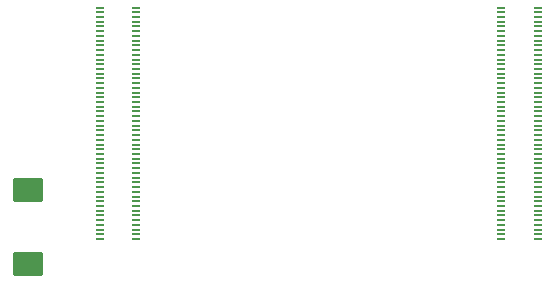
<source format=gbr>
%TF.GenerationSoftware,KiCad,Pcbnew,8.0.7*%
%TF.CreationDate,2024-12-17T16:27:47+01:00*%
%TF.ProjectId,CM5_MINIMA,434d355f-4d49-44e4-994d-412e6b696361,rev?*%
%TF.SameCoordinates,Original*%
%TF.FileFunction,Paste,Bot*%
%TF.FilePolarity,Positive*%
%FSLAX46Y46*%
G04 Gerber Fmt 4.6, Leading zero omitted, Abs format (unit mm)*
G04 Created by KiCad (PCBNEW 8.0.7) date 2024-12-17 16:27:47*
%MOMM*%
%LPD*%
G01*
G04 APERTURE LIST*
G04 Aperture macros list*
%AMRoundRect*
0 Rectangle with rounded corners*
0 $1 Rounding radius*
0 $2 $3 $4 $5 $6 $7 $8 $9 X,Y pos of 4 corners*
0 Add a 4 corners polygon primitive as box body*
4,1,4,$2,$3,$4,$5,$6,$7,$8,$9,$2,$3,0*
0 Add four circle primitives for the rounded corners*
1,1,$1+$1,$2,$3*
1,1,$1+$1,$4,$5*
1,1,$1+$1,$6,$7*
1,1,$1+$1,$8,$9*
0 Add four rect primitives between the rounded corners*
20,1,$1+$1,$2,$3,$4,$5,0*
20,1,$1+$1,$4,$5,$6,$7,0*
20,1,$1+$1,$6,$7,$8,$9,0*
20,1,$1+$1,$8,$9,$2,$3,0*%
G04 Aperture macros list end*
%ADD10R,0.700000X0.200000*%
%ADD11RoundRect,0.250000X-1.025000X0.787500X-1.025000X-0.787500X1.025000X-0.787500X1.025000X0.787500X0*%
G04 APERTURE END LIST*
D10*
%TO.C,Module301*%
X50990000Y34800000D03*
X47910000Y34800000D03*
X50990000Y34400000D03*
X47910000Y34400000D03*
X50990000Y34000000D03*
X47910000Y34000000D03*
X50990000Y33600000D03*
X47910000Y33600000D03*
X50990000Y33200000D03*
X47910000Y33200000D03*
X50990000Y32800000D03*
X47910000Y32800000D03*
X50990000Y32400000D03*
X47910000Y32400000D03*
X50990000Y32000000D03*
X47910000Y32000000D03*
X50990000Y31600000D03*
X47910000Y31600000D03*
X50990000Y31200000D03*
X47910000Y31200000D03*
X50990000Y30800000D03*
X47910000Y30800000D03*
X50990000Y30400000D03*
X47910000Y30400000D03*
X50990000Y30000000D03*
X47910000Y30000000D03*
X50990000Y29600000D03*
X47910000Y29600000D03*
X50990000Y29200000D03*
X47910000Y29200000D03*
X50990000Y28800000D03*
X47910000Y28800000D03*
X50990000Y28400000D03*
X47910000Y28400000D03*
X50990000Y28000000D03*
X47910000Y28000000D03*
X50990000Y27600000D03*
X47910000Y27600000D03*
X50990000Y27200000D03*
X47910000Y27200000D03*
X50990000Y26800000D03*
X47910000Y26800000D03*
X50990000Y26400000D03*
X47910000Y26400000D03*
X50990000Y26000000D03*
X47910000Y26000000D03*
X50990000Y25600000D03*
X47910000Y25600000D03*
X50990000Y25200000D03*
X47910000Y25200000D03*
X50990000Y24800000D03*
X47910000Y24800000D03*
X50990000Y24400000D03*
X47910000Y24400000D03*
X50990000Y24000000D03*
X47910000Y24000000D03*
X50990000Y23600000D03*
X47910000Y23600000D03*
X50990000Y23200000D03*
X47910000Y23200000D03*
X50990000Y22800000D03*
X47910000Y22800000D03*
X50990000Y22400000D03*
X47910000Y22400000D03*
X50990000Y22000000D03*
X47910000Y22000000D03*
X50990000Y21600000D03*
X47910000Y21600000D03*
X50990000Y21200000D03*
X47910000Y21200000D03*
X50990000Y20800000D03*
X47910000Y20800000D03*
X50990000Y20400000D03*
X47910000Y20400000D03*
X50990000Y20000000D03*
X47910000Y20000000D03*
X50990000Y19600000D03*
X47910000Y19600000D03*
X50990000Y19200000D03*
X47910000Y19200000D03*
X50990000Y18800000D03*
X47910000Y18800000D03*
X50990000Y18400000D03*
X47910000Y18400000D03*
X50990000Y18000000D03*
X47910000Y18000000D03*
X50990000Y17600000D03*
X47910000Y17600000D03*
X50990000Y17200000D03*
X47910000Y17200000D03*
X50990000Y16800000D03*
X47910000Y16800000D03*
X50990000Y16400000D03*
X47910000Y16400000D03*
X50990000Y16000000D03*
X47910000Y16000000D03*
X50990000Y15600000D03*
X47910000Y15600000D03*
X50990000Y15200000D03*
X47910000Y15200000D03*
%TD*%
D11*
%TO.C,C702*%
X7850000Y19312500D03*
X7850000Y13087500D03*
%TD*%
D10*
%TO.C,Module302*%
X16990000Y34800000D03*
X13910000Y34800000D03*
X16990000Y34400000D03*
X13910000Y34400000D03*
X16990000Y34000000D03*
X13910000Y34000000D03*
X16990000Y33600000D03*
X13910000Y33600000D03*
X16990000Y33200000D03*
X13910000Y33200000D03*
X16990000Y32800000D03*
X13910000Y32800000D03*
X16990000Y32400000D03*
X13910000Y32400000D03*
X16990000Y32000000D03*
X13910000Y32000000D03*
X16990000Y31600000D03*
X13910000Y31600000D03*
X16990000Y31200000D03*
X13910000Y31200000D03*
X16990000Y30800000D03*
X13910000Y30800000D03*
X16990000Y30400000D03*
X13910000Y30400000D03*
X16990000Y30000000D03*
X13910000Y30000000D03*
X16990000Y29600000D03*
X13910000Y29600000D03*
X16990000Y29200000D03*
X13910000Y29200000D03*
X16990000Y28800000D03*
X13910000Y28800000D03*
X16990000Y28400000D03*
X13910000Y28400000D03*
X16990000Y28000000D03*
X13910000Y28000000D03*
X16990000Y27600000D03*
X13910000Y27600000D03*
X16990000Y27200000D03*
X13910000Y27200000D03*
X16990000Y26800000D03*
X13910000Y26800000D03*
X16990000Y26400000D03*
X13910000Y26400000D03*
X16990000Y26000000D03*
X13910000Y26000000D03*
X16990000Y25600000D03*
X13910000Y25600000D03*
X16990000Y25200000D03*
X13910000Y25200000D03*
X16990000Y24800000D03*
X13910000Y24800000D03*
X16990000Y24400000D03*
X13910000Y24400000D03*
X16990000Y24000000D03*
X13910000Y24000000D03*
X16990000Y23600000D03*
X13910000Y23600000D03*
X16990000Y23200000D03*
X13910000Y23200000D03*
X16990000Y22800000D03*
X13910000Y22800000D03*
X16990000Y22400000D03*
X13910000Y22400000D03*
X16990000Y22000000D03*
X13910000Y22000000D03*
X16990000Y21600000D03*
X13910000Y21600000D03*
X16990000Y21200000D03*
X13910000Y21200000D03*
X16990000Y20800000D03*
X13910000Y20800000D03*
X16990000Y20400000D03*
X13910000Y20400000D03*
X16990000Y20000000D03*
X13910000Y20000000D03*
X16990000Y19600000D03*
X13910000Y19600000D03*
X16990000Y19200000D03*
X13910000Y19200000D03*
X16990000Y18800000D03*
X13910000Y18800000D03*
X16990000Y18400000D03*
X13910000Y18400000D03*
X16990000Y18000000D03*
X13910000Y18000000D03*
X16990000Y17600000D03*
X13910000Y17600000D03*
X16990000Y17200000D03*
X13910000Y17200000D03*
X16990000Y16800000D03*
X13910000Y16800000D03*
X16990000Y16400000D03*
X13910000Y16400000D03*
X16990000Y16000000D03*
X13910000Y16000000D03*
X16990000Y15600000D03*
X13910000Y15600000D03*
X16990000Y15200000D03*
X13910000Y15200000D03*
%TD*%
M02*

</source>
